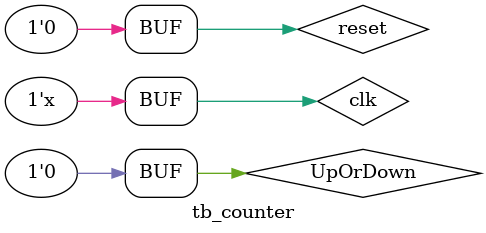
<source format=v>
`timescale 1ns / 1ps


module tb_counter();

    reg clk;
    reg reset;
    reg UpOrDown;

    // Outputs
    wire [15:0] Count;

 
    counter UUT(.clk(clk), .reset(reset), .UpOrDown(UpOrDown), .Count(Count));

//Generate clk with 10 ns clk period.
    initial clk = 0;
    always 
    #1
    clk = ~clk;
    
    initial begin
        // Apply Inputs
        reset = 0;
        UpOrDown = 1;
        #500
        UpOrDown = 0;  
    end
      
endmodule

</source>
